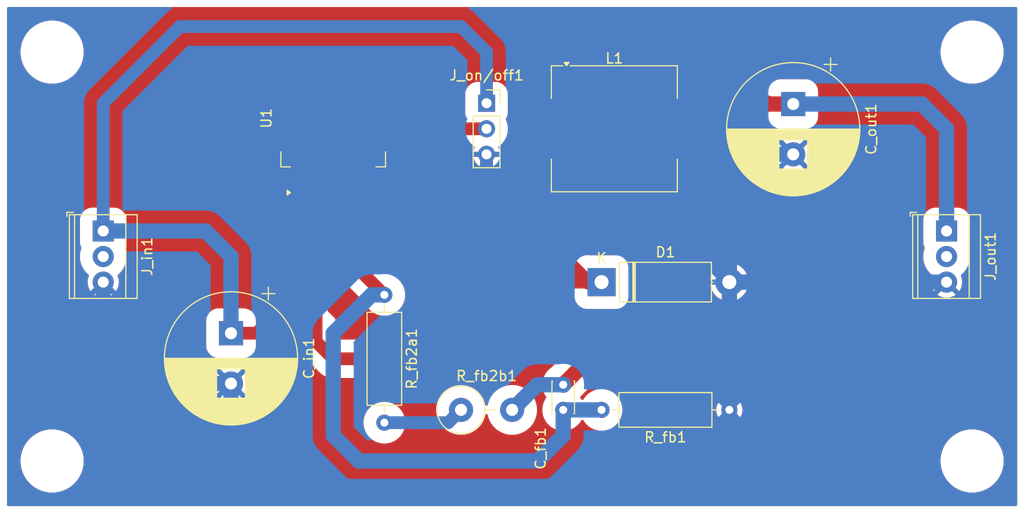
<source format=kicad_pcb>
(kicad_pcb (version 20240108) (generator "pcbnew") (generator_version "8.0")
  (title_block (title "Regulador Buck 5V") (rev "0") (company "UTN - FRBA - Electrónica de Potencia") (comment 1 "Zolezzi Mir, Lucio") (comment 2 "Gomez, Hugo Alejandro") (comment 3 "Alumnos:"))
  (layers (0 "F.Cu" signal) (31 "B.Cu" signal) (34 "B.Paste" user) (35 "F.Paste" user) (36 "B.SilkS" user "B.Silkscreen") (37 "F.SilkS" user "F.Silkscreen") (38 "B.Mask" user) (39 "F.Mask" user) (44 "Edge.Cuts" user))
  (net 0 "")
  (net 1 "GND")
  (net 2 "Net-(U1-FB)")
  (net 3 "Vout")
  (net 4 "Vin")
  (net 5 "Net-(D1-K)")
  (net 6 "Net-(R_fb2a1-Pad2)")
  (net 8 "Net-(J_on/off1-Pin_2)")
  (footprint "Capacitor_THT:C_Disc_D3.0mm_W2.0mm_P2.50mm" (layer "F.Cu") (at 110.49 73.66 90)
    (property "Reference" "C_fb1" (at -3.83 -2.25 90) (layer "F.SilkS"))
    (property "Value" "1,2nF")
    (pad "1" thru_hole circle (at 0 0 90) (size 1.6 1.6) (drill 0.8) (layers "*.Cu" "*.Mask") (net 2 "Net-(U1-FB)"))
    (pad "2" thru_hole circle (at 2.5 0 90) (size 1.6 1.6) (drill 0.8) (layers "*.Cu" "*.Mask") (net 3 "Vout"))
  )
  (footprint "TerminalBlock_TE-Connectivity:TerminalBlock_TE_282834-3_1x03_P2.54mm_Horizontal" (layer "F.Cu") (at 64.77 55.88 -90)
    (property "Reference" "J_in1" (at 2.54 -4.37 90) (layer "F.SilkS"))
    (property "Value" "Screw_Terminal_01x03")
    (pad "1" thru_hole rect (at 0 0 270) (size 2.1 2.1) (drill 1.1) (layers "*.Cu" "*.Mask") (net 4 "Vin"))
    (pad "2" thru_hole circle (at 2.54 0 270) (size 2.1 2.1) (drill 1.1) (layers "*.Cu" "*.Mask"))
    (pad "3" thru_hole circle (at 5.08 0 270) (size 2.1 2.1) (drill 1.1) (layers "*.Cu" "*.Mask") (net 1 "GND"))
  )
  (footprint "Inductor_SMD:L_Coilcraft_MSS1210-XXX" (layer "F.Cu") (at 115.57 45.72)
    (property "Reference" "L1" (at 0 -7 0) (layer "F.SilkS"))
    (property "Value" "47uHy")
    (pad "1" smd roundrect (at -4.75 0) (size 3 5.5) (layers "F.Cu" "F.Paste" "F.Mask") (net 5 "Net-(D1-K)"))
    (pad "2" smd roundrect (at 4.75 0) (size 3 5.5) (layers "F.Cu" "F.Paste" "F.Mask") (net 3 "Vout"))
  )
  (footprint "Connector_PinSocket_2.54mm:PinSocket_1x03_P2.54mm_Vertical" (layer "F.Cu") (at 102.87 43.18)
    (property "Reference" "J_on/off1" (at 0 -2.77 0) (layer "F.SilkS"))
    (property "Value" "Conn_01x03_Pin")
    (pad "1" thru_hole rect (at 0 0) (size 1.7 1.7) (drill 1) (layers "*.Cu" "*.Mask") (net 4 "Vin"))
    (pad "2" thru_hole oval (at 0 2.54) (size 1.7 1.7) (drill 1) (layers "*.Cu" "*.Mask") (net 8 "Net-(J_on/off1-Pin_2)"))
    (pad "3" thru_hole oval (at 0 5.08) (size 1.7 1.7) (drill 1) (layers "*.Cu" "*.Mask") (net 1 "GND"))
  )
  (footprint "TerminalBlock_TE-Connectivity:TerminalBlock_TE_282834-3_1x03_P2.54mm_Horizontal" (layer "F.Cu") (at 148.59 55.88 -90)
    (property "Reference" "J_out1" (at 2.54 -4.37 90) (layer "F.SilkS"))
    (property "Value" "Screw_Terminal_01x03")
    (pad "1" thru_hole rect (at 0 0 270) (size 2.1 2.1) (drill 1.1) (layers "*.Cu" "*.Mask") (net 3 "Vout"))
    (pad "2" thru_hole circle (at 2.54 0 270) (size 2.1 2.1) (drill 1.1) (layers "*.Cu" "*.Mask"))
    (pad "3" thru_hole circle (at 5.08 0 270) (size 2.1 2.1) (drill 1.1) (layers "*.Cu" "*.Mask") (net 1 "GND"))
  )
  (footprint "Resistor_THT:R_Axial_DIN0414_L11.9mm_D4.5mm_P5.08mm_Vertical" (layer "F.Cu") (at 100.33 73.66)
    (property "Reference" "R_fb2b1" (at 2.54 -3.37 0) (layer "F.SilkS"))
    (property "Value" "330")
    (pad "1" thru_hole circle (at 0 0) (size 2.4 2.4) (drill 1.2) (layers "*.Cu" "*.Mask") (net 6 "Net-(R_fb2a1-Pad2)"))
    (pad "2" thru_hole oval (at 5.08 0) (size 2.4 2.4) (drill 1.2) (layers "*.Cu" "*.Mask") (net 3 "Vout"))
  )
  (footprint "Capacitor_THT:CP_Radial_D13.0mm_P5.00mm" (layer "F.Cu") (at 133.35 43.26 -90)
    (property "Reference" "C_out1" (at 2.5 -7.75 90) (layer "F.SilkS"))
    (property "Value" "470uF")
    (pad "1" thru_hole rect (at 0 0 270) (size 2.4 2.4) (drill 1.2) (layers "*.Cu" "*.Mask") (net 3 "Vout"))
    (pad "2" thru_hole circle (at 5 0 270) (size 2.4 2.4) (drill 1.2) (layers "*.Cu" "*.Mask") (net 1 "GND"))
  )
  (footprint "Capacitor_THT:CP_Radial_D13.0mm_P5.00mm" (layer "F.Cu") (at 77.47 66.04 -90)
    (property "Reference" "C_in1" (at 2.5 -7.75 90) (layer "F.SilkS"))
    (property "Value" "120uF")
    (pad "1" thru_hole rect (at 0 0 270) (size 2.4 2.4) (drill 1.2) (layers "*.Cu" "*.Mask") (net 4 "Vin"))
    (pad "2" thru_hole circle (at 5 0 270) (size 2.4 2.4) (drill 1.2) (layers "*.Cu" "*.Mask") (net 1 "GND"))
  )
  (footprint "Package_TO_SOT_SMD:TO-263-5_TabPin3" (layer "F.Cu") (at 87.63 44.68 90)
    (property "Reference" "U1" (at 0 -6.65 90) (layer "F.SilkS"))
    (property "Value" "LM2596S-ADJ")
    (pad "1" smd roundrect (at -7.65 -3.4 90) (size 4.6 1.1) (layers "F.Cu" "F.Paste" "F.Mask") (roundrect_rratio 0.227273) (net 4 "Vin"))
    (pad "2" smd roundrect (at -7.65 -1.7 90) (size 4.6 1.1) (layers "F.Cu" "F.Paste" "F.Mask") (roundrect_rratio 0.227273) (net 5 "Net-(D1-K)"))
    (pad "3" smd roundrect (at -7.65 0 90) (size 4.6 1.1) (layers "F.Cu" "F.Paste" "F.Mask") (roundrect_rratio 0.227273) (net 1 "GND"))
    (pad "3" smd roundrect (at -0.925 -2.775 90) (size 4.55 5.25) (layers "F.Cu" "F.Paste") (roundrect_rratio 0.054945) (net 1 "GND"))
    (pad "3" smd roundrect (at -0.925 2.775 90) (size 4.55 5.25) (layers "F.Cu" "F.Paste") (roundrect_rratio 0.054945) (net 1 "GND"))
    (pad "3" smd roundrect (at 1.5 0 90) (size 9.4 10.8) (layers "F.Cu" "F.Mask") (roundrect_rratio 0.026596) (net 1 "GND"))
    (pad "3" smd roundrect (at 3.925 -2.775 90) (size 4.55 5.25) (layers "F.Cu" "F.Paste") (roundrect_rratio 0.054945) (net 1 "GND"))
    (pad "3" smd roundrect (at 3.925 2.775 90) (size 4.55 5.25) (layers "F.Cu" "F.Paste") (roundrect_rratio 0.054945) (net 1 "GND"))
    (pad "4" smd roundrect (at -7.65 1.7 90) (size 4.6 1.1) (layers "F.Cu" "F.Paste" "F.Mask") (roundrect_rratio 0.227273) (net 2 "Net-(U1-FB)"))
    (pad "5" smd roundrect (at -7.65 3.4 90) (size 4.6 1.1) (layers "F.Cu" "F.Paste" "F.Mask") (roundrect_rratio 0.227273) (net 8 "Net-(J_on/off1-Pin_2)"))
  )
  (footprint "Resistor_THT:R_Axial_DIN0309_L9.0mm_D3.2mm_P12.70mm_Horizontal" (layer "F.Cu") (at 92.71 62.23 -90)
    (property "Reference" "R_fb2a1" (at 6.35 -2.72 90) (layer "F.SilkS"))
    (property "Value" "2,7k")
    (pad "1" thru_hole circle (at 0 0 270) (size 1.6 1.6) (drill 0.8) (layers "*.Cu" "*.Mask") (net 2 "Net-(U1-FB)"))
    (pad "2" thru_hole oval (at 12.7 0 270) (size 1.6 1.6) (drill 0.8) (layers "*.Cu" "*.Mask") (net 6 "Net-(R_fb2a1-Pad2)"))
  )
  (footprint "Resistor_THT:R_Axial_DIN0309_L9.0mm_D3.2mm_P12.70mm_Horizontal" (layer "F.Cu") (at 127 73.66 180)
    (property "Reference" "R_fb1" (at 6.35 -2.72 0) (layer "F.SilkS"))
    (property "Value" "1k")
    (pad "1" thru_hole circle (at 0 0 180) (size 1.6 1.6) (drill 0.8) (layers "*.Cu" "*.Mask") (net 1 "GND"))
    (pad "2" thru_hole oval (at 12.7 0 180) (size 1.6 1.6) (drill 0.8) (layers "*.Cu" "*.Mask") (net 2 "Net-(U1-FB)"))
  )
  (footprint "Diode_THT:D_5W_P12.70mm_Horizontal" (layer "F.Cu") (at 114.3 60.96)
    (property "Reference" "D1" (at 6.35 -2.97 0) (layer "F.SilkS"))
    (property "Value" "D_Schottky")
    (fp_text user "K" (at 0 -2.4 0) (layer "F.SilkS"))
    (pad "1" thru_hole rect (at 0 0) (size 2.8 2.8) (drill 1.4) (layers "*.Cu" "*.Mask") (net 5 "Net-(D1-K)"))
    (pad "2" thru_hole oval (at 12.7 0) (size 2.8 2.8) (drill 1.4) (layers "*.Cu" "*.Mask") (net 1 "GND"))
  )
  (segment (start 90.17 66.04) (end 87.63 63.5) (width 1.27) (layer "F.Cu") (net 1))
  (segment (start 97.79 66.04) (end 90.17 66.04) (width 1.27) (layer "F.Cu") (net 1))
  (segment (start 87.63 63.5) (end 87.63 52.33) (width 1.27) (layer "F.Cu") (net 1))
  (segment (start 102.87 60.96) (end 97.79 66.04) (width 1.27) (layer "F.Cu") (net 1))
  (segment (start 87.63 52.33) (end 87.63 43.18) (width 1.27) (layer "F.Cu") (net 1))
  (segment (start 102.87 48.26) (end 102.87 60.96) (width 1.27) (layer "F.Cu") (net 1))
  (segment (start 127 49.53) (end 128.27 48.26) (width 1.524) (layer "B.Cu") (net 1))
  (segment (start 128.27 48.26) (end 133.35 48.26) (width 1.524) (layer "B.Cu") (net 1))
  (segment (start 105.41 55.88) (end 121.92 55.88) (width 1.27) (layer "B.Cu") (net 1))
  (segment (start 127 77.47) (end 123.19 81.28) (width 1.524) (layer "B.Cu") (net 1))
  (segment (start 102.87 48.26) (end 102.87 53.34) (width 1.27) (layer "B.Cu") (net 1))
  (segment (start 127 60.96) (end 130.81 60.96) (width 1.524) (layer "B.Cu") (net 1))
  (segment (start 123.19 81.28) (end 80.01 81.28) (width 1.524) (layer "B.Cu") (net 1))
  (segment (start 64.77 68.58) (end 67.23 71.04) (width 1.524) (layer "B.Cu") (net 1))
  (segment (start 80.01 81.28) (end 77.47 78.74) (width 1.524) (layer "B.Cu") (net 1))
  (segment (start 121.92 55.88) (end 127 60.96) (width 1.27) (layer "B.Cu") (net 1))
  (segment (start 127 73.66) (end 127 60.96) (width 1.524) (layer "B.Cu") (net 1))
  (segment (start 127 60.96) (end 148.59 60.96) (width 1.524) (layer "B.Cu") (net 1))
  (segment (start 127 60.96) (end 127 49.53) (width 1.524) (layer "B.Cu") (net 1))
  (segment (start 64.77 60.96) (end 64.77 68.58) (width 1.524) (layer "B.Cu") (net 1))
  (segment (start 77.47 78.74) (end 77.47 71.04) (width 1.524) (layer "B.Cu") (net 1))
  (segment (start 102.87 53.34) (end 105.41 55.88) (width 1.27) (layer "B.Cu") (net 1))
  (segment (start 127 73.66) (end 127 77.47) (width 1.524) (layer "B.Cu") (net 1))
  (segment (start 67.23 71.04) (end 77.47 71.04) (width 1.524) (layer "B.Cu") (net 1))
  (segment (start 89.33 52.33) (end 89.33 58.85) (width 1.27) (layer "F.Cu") (net 2))
  (segment (start 89.33 58.85) (end 92.71 62.23) (width 1.27) (layer "F.Cu") (net 2))
  (segment (start 110.49 73.66) (end 114.3 73.66) (width 1.524) (layer "B.Cu") (net 2))
  (segment (start 110.49 73.66) (end 110.49 76.2) (width 1.524) (layer "B.Cu") (net 2))
  (segment (start 107.95 78.74) (end 90.17 78.74) (width 1.524) (layer "B.Cu") (net 2))
  (segment (start 91.44 62.23) (end 92.71 62.23) (width 1.524) (layer "B.Cu") (net 2))
  (segment (start 110.49 76.2) (end 107.95 78.74) (width 1.524) (layer "B.Cu") (net 2))
  (segment (start 90.17 78.74) (end 87.63 76.2) (width 1.524) (layer "B.Cu") (net 2))
  (segment (start 87.63 76.2) (end 87.63 66.04) (width 1.524) (layer "B.Cu") (net 2))
  (segment (start 87.63 66.04) (end 91.44 62.23) (width 1.524) (layer "B.Cu") (net 2))
  (segment (start 113.03 68.58) (end 113.03 68.62) (width 1.524) (layer "F.Cu") (net 3))
  (segment (start 113.03 68.62) (end 110.49 71.16) (width 1.524) (layer "F.Cu") (net 3))
  (segment (start 130.81 43.18) (end 130.89 43.26) (width 1.524) (layer "F.Cu") (net 3))
  (segment (start 130.89 43.26) (end 133.35 43.26) (width 1.524) (layer "F.Cu") (net 3))
  (segment (start 128.27 43.18) (end 130.81 43.18) (width 1.524) (layer "F.Cu") (net 3))
  (segment (start 125.73 45.72) (end 128.27 43.18) (width 1.524) (layer "F.Cu") (net 3))
  (segment (start 120.32 66.37) (end 118.11 68.58) (width 1.524) (layer "F.Cu") (net 3))
  (segment (start 120.32 45.72) (end 125.73 45.72) (width 1.524) (layer "F.Cu") (net 3))
  (segment (start 118.11 68.58) (end 113.03 68.58) (width 1.524) (layer "F.Cu") (net 3))
  (segment (start 120.32 45.72) (end 120.32 66.37) (width 1.524) (layer "F.Cu") (net 3))
  (segment (start 110.49 71.16) (end 107.91 71.16) (width 1.524) (layer "B.Cu") (net 3))
  (segment (start 107.91 71.16) (end 105.41 73.66) (width 1.524) (layer "B.Cu") (net 3))
  (segment (start 148.59 45.72) (end 148.59 55.88) (width 1.524) (layer "B.Cu") (net 3))
  (segment (start 146.13 43.26) (end 148.59 45.72) (width 1.524) (layer "B.Cu") (net 3))
  (segment (start 133.35 43.26) (end 146.13 43.26) (width 1.524) (layer "B.Cu") (net 3))
  (segment (start 84.23 52.33) (end 84.23 61.82) (width 1.27) (layer "F.Cu") (net 4))
  (segment (start 80.01 66.04) (end 77.47 66.04) (width 1.27) (layer "F.Cu") (net 4))
  (segment (start 84.23 61.82) (end 80.01 66.04) (width 1.27) (layer "F.Cu") (net 4))
  (segment (start 72.39 35.56) (end 100.33 35.56) (width 1.27) (layer "B.Cu") (net 4))
  (segment (start 77.47 58.42) (end 77.47 66.04) (width 1.524) (layer "B.Cu") (net 4))
  (segment (start 64.77 55.88) (end 74.93 55.88) (width 1.524) (layer "B.Cu") (net 4))
  (segment (start 100.33 35.56) (end 102.87 38.1) (width 1.27) (layer "B.Cu") (net 4))
  (segment (start 64.77 55.88) (end 64.77 43.18) (width 1.27) (layer "B.Cu") (net 4))
  (segment (start 74.93 55.88) (end 77.47 58.42) (width 1.524) (layer "B.Cu") (net 4))
  (segment (start 102.87 38.1) (end 102.87 43.18) (width 1.27) (layer "B.Cu") (net 4))
  (segment (start 64.77 43.18) (end 72.39 35.56) (width 1.27) (layer "B.Cu") (net 4))
  (segment (start 102.87 68.58) (end 110.49 60.96) (width 1.27) (layer "F.Cu") (net 5))
  (segment (start 110.82 45.72) (end 110.49 45.72) (width 1.27) (layer "F.Cu") (net 5))
  (segment (start 87.63 68.58) (end 102.87 68.58) (width 1.27) (layer "F.Cu") (net 5))
  (segment (start 110.82 58.75) (end 113.03 60.96) (width 1.27) (layer "F.Cu") (net 5))
  (segment (start 113.03 60.96) (end 114.3 60.96) (width 1.524) (layer "F.Cu") (net 5))
  (segment (start 110.49 60.96) (end 114.3 60.96) (width 1.27) (layer "F.Cu") (net 5))
  (segment (start 85.93 52.33) (end 85.93 66.88) (width 1.27) (layer "F.Cu") (net 5))
  (segment (start 110.82 45.72) (end 110.82 58.75) (width 1.27) (layer "F.Cu") (net 5))
  (segment (start 85.93 66.88) (end 87.63 68.58) (width 1.27) (layer "F.Cu") (net 5))
  (segment (start 99.06 74.93) (end 100.33 73.66) (width 1.27) (layer "B.Cu") (net 6))
  (segment (start 92.71 74.93) (end 99.06 74.93) (width 1.27) (layer "B.Cu") (net 6))
  (segment (start 97.79 48.26) (end 100.33 45.72) (width 1.27) (layer "F.Cu") (net 8))
  (segment (start 95.25 58.42) (end 97.79 55.88) (width 1.27) (layer "F.Cu") (net 8))
  (segment (start 91.03 56.74) (end 92.71 58.42) (width 1.27) (layer "F.Cu") (net 8))
  (segment (start 92.71 58.42) (end 95.25 58.42) (width 1.27) (layer "F.Cu") (net 8))
  (segment (start 100.33 45.72) (end 102.87 45.72) (width 1.27) (layer "F.Cu") (net 8))
  (segment (start 91.03 52.33) (end 91.03 56.74) (width 1.27) (layer "F.Cu") (net 8))
  (segment (start 97.79 55.88) (end 97.79 48.26) (width 1.27) (layer "F.Cu") (net 8))
  (zone (net 1) (net_name "GND") (layer "F.Cu") (connect_pads (clearance 1.27)) (min_thickness 0.25) (fill yes (thermal_gap 0.5) (thermal_bridge_width 0.5))
    (polygon (pts (xy 156.21 33.02) (xy 54.61 33.02) (xy 54.61 83.82) (xy 156.21 83.82)))
  )
  (zone (net 1) (net_name "GND") (layer "B.Cu") (priority 1) (connect_pads (clearance 1.27)) (min_thickness 0.25) (fill yes (thermal_gap 0.5) (thermal_bridge_width 0.5))
    (polygon (pts (xy 156.21 33.02) (xy 54.61 33.02) (xy 54.61 83.82) (xy 156.21 83.82)))
  )
)
</source>
